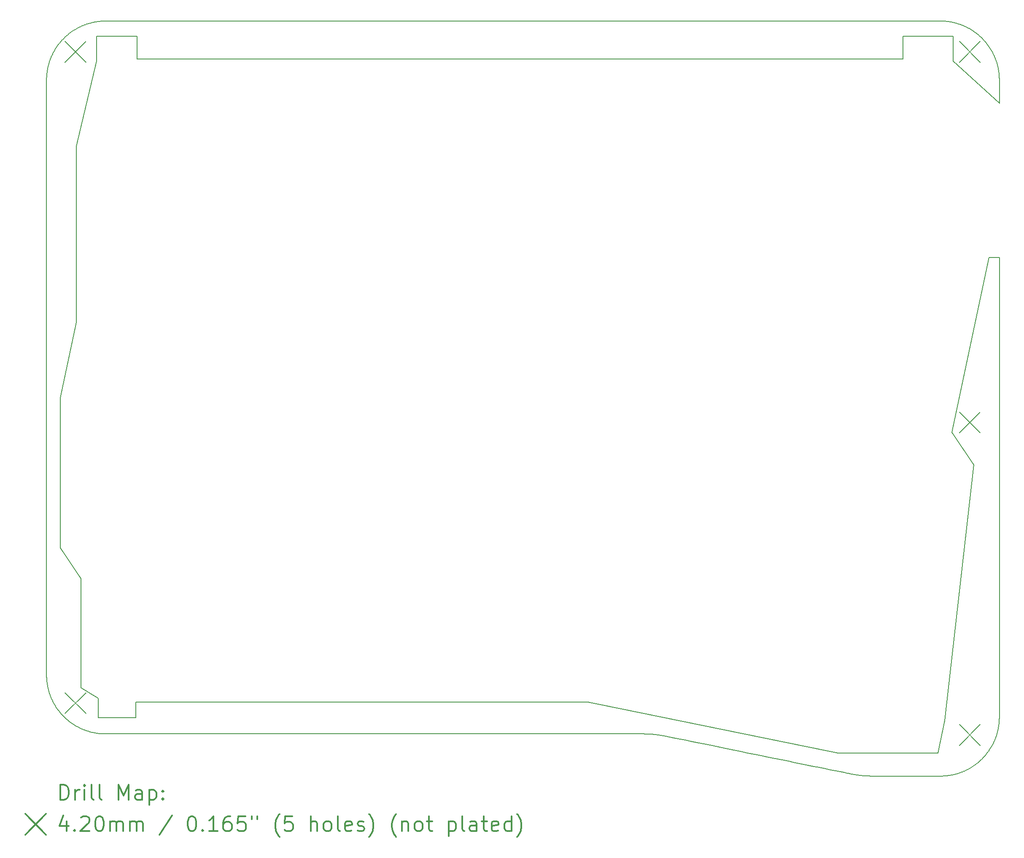
<source format=gbr>
%FSLAX45Y45*%
G04 Gerber Fmt 4.5, Leading zero omitted, Abs format (unit mm)*
G04 Created by KiCad (PCBNEW (5.1.5-0-10_14)) date 2020-04-18 19:51:37*
%MOMM*%
%LPD*%
G04 APERTURE LIST*
%TA.AperFunction,Profile*%
%ADD10C,0.200000*%
%TD*%
%ADD11C,0.200000*%
%ADD12C,0.300000*%
G04 APERTURE END LIST*
D10*
X2258319Y-12569156D02*
X2258319Y-14760216D01*
X1842302Y-11945587D02*
X2258319Y-12569156D01*
X1840109Y-8931771D02*
X1842302Y-11945587D01*
X2161686Y-7418800D02*
X1840109Y-8931771D01*
X2161686Y-3877390D02*
X2161686Y-7418800D01*
X2569055Y-2167989D02*
X2161686Y-3877390D01*
X20691108Y-3013994D02*
X20691108Y-3013994D01*
X20691108Y-6116014D02*
X20691108Y-15349788D01*
X20484713Y-6116014D02*
X20691108Y-6116014D01*
X19738785Y-9625370D02*
X20484713Y-6116014D01*
X20181686Y-10283375D02*
X19738785Y-9625370D01*
X19595277Y-15422670D02*
X20181686Y-10283375D01*
X19457848Y-16069206D02*
X19595277Y-15422670D01*
X18755630Y-1666652D02*
X18755630Y-2122618D01*
X19766672Y-1666652D02*
X18755630Y-1666652D01*
X17452496Y-16069206D02*
X19457848Y-16069206D01*
X12433851Y-15046949D02*
X17452496Y-16069206D01*
X3352364Y-15046072D02*
X12433851Y-15046949D01*
X3352364Y-15359407D02*
X3352364Y-15046072D01*
X2600858Y-15359407D02*
X3352364Y-15359407D01*
X2600357Y-14974005D02*
X2600858Y-15359407D01*
X2258319Y-14760216D02*
X2600357Y-14974005D01*
X20344245Y-1711114D02*
X20356346Y-1723393D01*
X20356346Y-1723393D02*
X20366202Y-1733662D01*
X20366202Y-1733662D02*
X20375922Y-1744037D01*
X20375922Y-1744037D02*
X20386428Y-1755536D01*
X20386428Y-1755536D02*
X20397071Y-1767502D01*
X20397071Y-1767502D02*
X20406575Y-1778469D01*
X20406575Y-1778469D02*
X20415788Y-1789365D01*
X20415788Y-1789365D02*
X20425077Y-1800627D01*
X20425077Y-1800627D02*
X20434219Y-1811991D01*
X20434219Y-1811991D02*
X20443212Y-1823458D01*
X20443212Y-1823458D02*
X20452056Y-1835026D01*
X20452056Y-1835026D02*
X20460750Y-1846691D01*
X20460750Y-1846691D02*
X20469493Y-1858732D01*
X20469493Y-1858732D02*
X20477883Y-1870593D01*
X20477883Y-1870593D02*
X20486185Y-1882643D01*
X20486185Y-1882643D02*
X20494270Y-1894692D01*
X20494270Y-1894692D02*
X20502447Y-1907213D01*
X20502447Y-1907213D02*
X20510702Y-1920214D01*
X20510702Y-1920214D02*
X20518548Y-1932927D01*
X20518548Y-1932927D02*
X20526229Y-1945732D01*
X20526229Y-1945732D02*
X20533913Y-1958922D01*
X20533913Y-1958922D02*
X20541534Y-1972402D01*
X20541534Y-1972402D02*
X20548922Y-1985876D01*
X20548922Y-1985876D02*
X20555870Y-1998940D01*
X20555870Y-1998940D02*
X20562755Y-2012287D01*
X20562755Y-2012287D02*
X20569618Y-2026022D01*
X20569618Y-2026022D02*
X20576301Y-2039842D01*
X20576301Y-2039842D02*
X20583557Y-2055386D01*
X20583557Y-2055386D02*
X20589856Y-2069380D01*
X20589856Y-2069380D02*
X20595974Y-2083453D01*
X20595974Y-2083453D02*
X20602080Y-2098022D01*
X20602080Y-2098022D02*
X20607867Y-2112356D01*
X20607867Y-2112356D02*
X20613707Y-2127397D01*
X20613707Y-2127397D02*
X20619227Y-2142200D01*
X20619227Y-2142200D02*
X20624549Y-2157078D01*
X20624549Y-2157078D02*
X20629673Y-2172027D01*
X20629673Y-2172027D02*
X20634874Y-2187908D01*
X20634874Y-2187908D02*
X20639950Y-2204189D01*
X20639950Y-2204189D02*
X20644605Y-2219895D01*
X20644605Y-2219895D02*
X20649133Y-2235997D01*
X20649133Y-2235997D02*
X20653435Y-2252168D01*
X20653435Y-2252168D02*
X20657831Y-2269726D01*
X20657831Y-2269726D02*
X20661760Y-2286475D01*
X20661760Y-2286475D02*
X20665423Y-2303179D01*
X20665423Y-2303179D02*
X20669044Y-2320946D01*
X20669044Y-2320946D02*
X20672254Y-2337998D01*
X20672254Y-2337998D02*
X20675270Y-2355445D01*
X20675270Y-2355445D02*
X20678096Y-2373399D01*
X20678096Y-2373399D02*
X20680586Y-2390959D01*
X20680586Y-2390959D02*
X20682870Y-2409025D01*
X20682870Y-2409025D02*
X20684877Y-2427143D01*
X20684877Y-2427143D02*
X20686646Y-2445765D01*
X20686646Y-2445765D02*
X20688155Y-2464890D01*
X20688155Y-2464890D02*
X20689355Y-2484064D01*
X20689355Y-2484064D02*
X20690245Y-2503281D01*
X20690245Y-2503281D02*
X20690833Y-2522998D01*
X20690833Y-2522998D02*
X20691094Y-2542753D01*
X20691094Y-2542753D02*
X20691108Y-2548503D01*
X2569023Y-1666652D02*
X2569055Y-2167989D01*
X3384356Y-1666652D02*
X2569023Y-1666652D01*
X19506854Y-1364252D02*
X19527767Y-1364436D01*
X19527767Y-1364436D02*
X19547952Y-1364964D01*
X19547952Y-1364964D02*
X19567178Y-1365788D01*
X19567178Y-1365788D02*
X19586361Y-1366921D01*
X19586361Y-1366921D02*
X19606863Y-1368479D01*
X19606863Y-1368479D02*
X19625492Y-1370206D01*
X19625492Y-1370206D02*
X19643617Y-1372171D01*
X19643617Y-1372171D02*
X19661690Y-1374413D01*
X19661690Y-1374413D02*
X19679259Y-1376864D01*
X19679259Y-1376864D02*
X19696774Y-1379575D01*
X19696774Y-1379575D02*
X19714231Y-1382545D01*
X19714231Y-1382545D02*
X19731628Y-1385774D01*
X19731628Y-1385774D02*
X19748519Y-1389167D01*
X19748519Y-1389167D02*
X19766231Y-1393001D01*
X19766231Y-1393001D02*
X19782991Y-1396892D01*
X19782991Y-1396892D02*
X19799683Y-1401023D01*
X19799683Y-1401023D02*
X19815869Y-1405276D01*
X19815869Y-1405276D02*
X19834159Y-1410378D01*
X19834159Y-1410378D02*
X19850952Y-1415343D01*
X19850952Y-1415343D02*
X19866588Y-1420210D01*
X19866588Y-1420210D02*
X19882045Y-1425256D01*
X19882045Y-1425256D02*
X19897001Y-1430363D01*
X19897001Y-1430363D02*
X19912309Y-1435823D01*
X19912309Y-1435823D02*
X19927538Y-1441491D01*
X19927538Y-1441491D02*
X19942582Y-1447326D01*
X19942582Y-1447326D02*
X19956918Y-1453108D01*
X19956918Y-1453108D02*
X19971073Y-1459031D01*
X19971073Y-1459031D02*
X19985151Y-1465138D01*
X19985151Y-1465138D02*
X19999047Y-1471380D01*
X19999047Y-1471380D02*
X20013068Y-1477897D01*
X20013068Y-1477897D02*
X20026902Y-1484548D01*
X20026902Y-1484548D02*
X20040652Y-1491380D01*
X20040652Y-1491380D02*
X20053915Y-1498182D01*
X20053915Y-1498182D02*
X20067095Y-1505152D01*
X20067095Y-1505152D02*
X20080980Y-1512727D01*
X20080980Y-1512727D02*
X20093983Y-1520042D01*
X20093983Y-1520042D02*
X20107287Y-1527751D01*
X20107287Y-1527751D02*
X20120109Y-1535402D01*
X20120109Y-1535402D02*
X20132839Y-1543218D01*
X20132839Y-1543218D02*
X20145476Y-1551198D01*
X20145476Y-1551198D02*
X20157639Y-1559092D01*
X20157639Y-1559092D02*
X20169805Y-1567202D01*
X20169805Y-1567202D02*
X20181784Y-1575402D01*
X20181784Y-1575402D02*
X20193577Y-1583688D01*
X20193577Y-1583688D02*
X20205368Y-1592190D01*
X20205368Y-1592190D02*
X20217789Y-1601388D01*
X20217789Y-1601388D02*
X20229378Y-1610199D01*
X20229378Y-1610199D02*
X20240867Y-1619159D01*
X20240867Y-1619159D02*
X20251988Y-1628054D01*
X20251988Y-1628054D02*
X20263802Y-1637744D01*
X20263802Y-1637744D02*
X20274979Y-1647152D01*
X20274979Y-1647152D02*
X20285792Y-1656480D01*
X20285792Y-1656480D02*
X20296417Y-1665872D01*
X20296417Y-1665872D02*
X20307530Y-1675942D01*
X20307530Y-1675942D02*
X20318027Y-1685692D01*
X20318027Y-1685692D02*
X20328334Y-1695500D01*
X20328334Y-1695500D02*
X20338534Y-1705442D01*
X20338534Y-1705442D02*
X20344245Y-1711114D01*
X3384199Y-2122618D02*
X3384356Y-1666652D01*
X18755630Y-2122618D02*
X3384199Y-2122618D01*
X19766672Y-2167989D02*
X19766672Y-1666652D01*
X20691108Y-3013994D02*
X19766672Y-2167989D01*
X20691108Y-2548503D02*
X20691108Y-3013994D01*
X20691108Y-3013994D02*
X20691108Y-3013994D01*
X2747656Y-1364252D02*
X19506854Y-1364252D01*
X1910265Y-1711114D02*
X1921554Y-1699973D01*
X1921554Y-1699973D02*
X1931812Y-1690104D01*
X1931812Y-1690104D02*
X1942175Y-1680371D01*
X1942175Y-1680371D02*
X1953662Y-1669851D01*
X1953662Y-1669851D02*
X1964243Y-1660402D01*
X1964243Y-1660402D02*
X1975618Y-1650494D01*
X1975618Y-1650494D02*
X1986757Y-1641035D01*
X1986757Y-1641035D02*
X1997914Y-1631795D01*
X1997914Y-1631795D02*
X2008994Y-1622842D01*
X2008994Y-1622842D02*
X2020441Y-1613821D01*
X2020441Y-1613821D02*
X2031989Y-1604949D01*
X2031989Y-1604949D02*
X2043636Y-1596227D01*
X2043636Y-1596227D02*
X2055381Y-1587655D01*
X2055381Y-1587655D02*
X2067594Y-1578972D01*
X2067594Y-1578972D02*
X2079907Y-1570451D01*
X2079907Y-1570451D02*
X2092036Y-1562280D01*
X2092036Y-1562280D02*
X2104448Y-1554140D01*
X2104448Y-1554140D02*
X2116667Y-1546342D01*
X2116667Y-1546342D02*
X2129070Y-1538639D01*
X2129070Y-1538639D02*
X2141757Y-1530977D01*
X2141757Y-1530977D02*
X2155022Y-1523195D01*
X2155022Y-1523195D02*
X2168382Y-1515589D01*
X2168382Y-1515589D02*
X2181438Y-1508375D01*
X2181438Y-1508375D02*
X2194979Y-1501118D01*
X2194979Y-1501118D02*
X2209011Y-1493834D01*
X2209011Y-1493834D02*
X2222326Y-1487139D01*
X2222326Y-1487139D02*
X2236128Y-1480419D01*
X2236128Y-1480419D02*
X2250015Y-1473879D01*
X2250015Y-1473879D02*
X2264395Y-1467336D01*
X2264395Y-1467336D02*
X2278446Y-1461165D01*
X2278446Y-1461165D02*
X2292575Y-1455177D01*
X2292575Y-1455177D02*
X2306780Y-1449372D01*
X2306780Y-1449372D02*
X2321480Y-1443589D01*
X2321480Y-1443589D02*
X2336258Y-1438002D01*
X2336258Y-1438002D02*
X2351536Y-1432461D01*
X2351536Y-1432461D02*
X2366464Y-1427275D01*
X2366464Y-1427275D02*
X2382322Y-1422008D01*
X2382322Y-1422008D02*
X2397825Y-1417097D01*
X2397825Y-1417097D02*
X2413398Y-1412398D01*
X2413398Y-1412398D02*
X2429476Y-1407791D01*
X2429476Y-1407791D02*
X2445624Y-1403409D01*
X2445624Y-1403409D02*
X2461840Y-1399254D01*
X2461840Y-1399254D02*
X2478561Y-1395224D01*
X2478561Y-1395224D02*
X2495349Y-1391435D01*
X2495349Y-1391435D02*
X2512202Y-1387889D01*
X2512202Y-1387889D02*
X2530007Y-1384418D01*
X2530007Y-1384418D02*
X2547429Y-1381295D01*
X2547429Y-1381295D02*
X2564911Y-1378431D01*
X2564911Y-1378431D02*
X2582336Y-1375842D01*
X2582336Y-1375842D02*
X2600153Y-1373469D01*
X2600153Y-1373469D02*
X2618135Y-1371352D01*
X2618135Y-1371352D02*
X2636280Y-1369497D01*
X2636280Y-1369497D02*
X2655384Y-1367849D01*
X2655384Y-1367849D02*
X2674080Y-1366538D01*
X2674080Y-1366538D02*
X2693277Y-1365500D01*
X2693277Y-1365500D02*
X2714351Y-1364720D01*
X2714351Y-1364720D02*
X2734092Y-1364330D01*
X2734092Y-1364330D02*
X2747656Y-1364252D01*
X1563402Y-2548503D02*
X1563570Y-2528507D01*
X1563570Y-2528507D02*
X1564114Y-2507404D01*
X1564114Y-2507404D02*
X1564961Y-2487721D01*
X1564961Y-2487721D02*
X1566094Y-2468653D01*
X1566094Y-2468653D02*
X1567514Y-2449859D01*
X1567514Y-2449859D02*
X1569310Y-2430319D01*
X1569310Y-2430319D02*
X1571268Y-2412192D01*
X1571268Y-2412192D02*
X1573503Y-2394117D01*
X1573503Y-2394117D02*
X1575947Y-2376547D01*
X1575947Y-2376547D02*
X1578652Y-2359031D01*
X1578652Y-2359031D02*
X1581616Y-2341572D01*
X1581616Y-2341572D02*
X1584752Y-2324619D01*
X1584752Y-2324619D02*
X1588132Y-2307725D01*
X1588132Y-2307725D02*
X1591854Y-2290452D01*
X1591854Y-2290452D02*
X1595621Y-2274127D01*
X1595621Y-2274127D02*
X1599616Y-2257866D01*
X1599616Y-2257866D02*
X1603838Y-2241671D01*
X1603838Y-2241671D02*
X1608164Y-2225979D01*
X1608164Y-2225979D02*
X1612961Y-2209488D01*
X1612961Y-2209488D02*
X1617996Y-2193075D01*
X1617996Y-2193075D02*
X1622948Y-2177705D01*
X1622948Y-2177705D02*
X1628476Y-2161342D01*
X1628476Y-2161342D02*
X1633895Y-2146019D01*
X1633895Y-2146019D02*
X1639523Y-2130774D01*
X1639523Y-2130774D02*
X1645359Y-2115610D01*
X1645359Y-2115610D02*
X1651231Y-2100945D01*
X1651231Y-2100945D02*
X1657122Y-2086776D01*
X1657122Y-2086776D02*
X1663378Y-2072271D01*
X1663378Y-2072271D02*
X1669640Y-2058261D01*
X1669640Y-2058261D02*
X1676084Y-2044331D01*
X1676084Y-2044331D02*
X1682907Y-2030078D01*
X1682907Y-2030078D02*
X1689565Y-2016621D01*
X1689565Y-2016621D02*
X1696706Y-2002644D01*
X1696706Y-2002644D02*
X1703715Y-1989358D01*
X1703715Y-1989358D02*
X1710838Y-1976256D01*
X1710838Y-1976256D02*
X1718073Y-1963339D01*
X1718073Y-1963339D02*
X1725471Y-1950509D01*
X1725471Y-1950509D02*
X1733149Y-1937573D01*
X1733149Y-1937573D02*
X1740935Y-1924826D01*
X1740935Y-1924826D02*
X1748824Y-1912268D01*
X1748824Y-1912268D02*
X1756750Y-1899992D01*
X1756750Y-1899992D02*
X1764768Y-1887903D01*
X1764768Y-1887903D02*
X1773455Y-1875159D01*
X1773455Y-1875159D02*
X1782049Y-1862891D01*
X1782049Y-1862891D02*
X1791072Y-1850357D01*
X1791072Y-1850357D02*
X1799720Y-1838661D01*
X1799720Y-1838661D02*
X1808795Y-1826701D01*
X1808795Y-1826701D02*
X1817746Y-1815206D01*
X1817746Y-1815206D02*
X1827061Y-1803547D01*
X1827061Y-1803547D02*
X1836968Y-1791469D01*
X1836968Y-1791469D02*
X1846376Y-1780292D01*
X1846376Y-1780292D02*
X1855932Y-1769222D01*
X1855932Y-1769222D02*
X1865633Y-1758259D01*
X1865633Y-1758259D02*
X1875170Y-1747743D01*
X1875170Y-1747743D02*
X1884843Y-1737332D01*
X1884843Y-1737332D02*
X1894650Y-1727025D01*
X1894650Y-1727025D02*
X1904593Y-1716825D01*
X1904593Y-1716825D02*
X1910265Y-1711114D01*
X1563402Y-14501433D02*
X1563402Y-2548503D01*
X2747656Y-15685684D02*
X2727814Y-15685520D01*
X2727814Y-15685520D02*
X2707338Y-15685010D01*
X2707338Y-15685010D02*
X2687896Y-15684202D01*
X2687896Y-15684202D02*
X2668065Y-15683051D01*
X2668065Y-15683051D02*
X2648791Y-15681615D01*
X2648791Y-15681615D02*
X2630071Y-15679919D01*
X2630071Y-15679919D02*
X2611901Y-15677987D01*
X2611901Y-15677987D02*
X2593814Y-15675782D01*
X2593814Y-15675782D02*
X2575351Y-15673240D01*
X2575351Y-15673240D02*
X2557439Y-15670488D01*
X2557439Y-15670488D02*
X2539159Y-15667390D01*
X2539159Y-15667390D02*
X2520523Y-15663925D01*
X2520523Y-15663925D02*
X2503793Y-15660550D01*
X2503793Y-15660550D02*
X2485804Y-15656637D01*
X2485804Y-15656637D02*
X2469255Y-15652776D01*
X2469255Y-15652776D02*
X2451910Y-15648458D01*
X2451910Y-15648458D02*
X2435989Y-15644246D01*
X2435989Y-15644246D02*
X2419718Y-15639693D01*
X2419718Y-15639693D02*
X2403542Y-15634915D01*
X2403542Y-15634915D02*
X2387896Y-15630053D01*
X2387896Y-15630053D02*
X2371914Y-15624836D01*
X2371914Y-15624836D02*
X2356887Y-15619700D01*
X2356887Y-15619700D02*
X2341953Y-15614368D01*
X2341953Y-15614368D02*
X2327111Y-15608843D01*
X2327111Y-15608843D02*
X2311944Y-15602960D01*
X2311944Y-15602960D02*
X2297296Y-15597047D01*
X2297296Y-15597047D02*
X2283160Y-15591123D01*
X2283160Y-15591123D02*
X2268706Y-15584839D01*
X2268706Y-15584839D02*
X2253944Y-15578182D01*
X2253944Y-15578182D02*
X2239290Y-15571330D01*
X2239290Y-15571330D02*
X2224343Y-15564086D01*
X2224343Y-15564086D02*
X2210313Y-15557047D01*
X2210313Y-15557047D02*
X2195201Y-15549202D01*
X2195201Y-15549202D02*
X2181789Y-15542004D01*
X2181789Y-15542004D02*
X2168480Y-15534640D01*
X2168480Y-15534640D02*
X2155663Y-15527335D01*
X2155663Y-15527335D02*
X2142563Y-15519647D01*
X2142563Y-15519647D02*
X2129571Y-15511796D01*
X2129571Y-15511796D02*
X2116688Y-15503785D01*
X2116688Y-15503785D02*
X2103916Y-15495614D01*
X2103916Y-15495614D02*
X2090515Y-15486790D01*
X2090515Y-15486790D02*
X2077241Y-15477789D01*
X2077241Y-15477789D02*
X2064460Y-15468872D01*
X2064460Y-15468872D02*
X2052523Y-15460316D01*
X2052523Y-15460316D02*
X2039983Y-15451084D01*
X2039983Y-15451084D02*
X2027217Y-15441421D01*
X2027217Y-15441421D02*
X2015634Y-15432416D01*
X2015634Y-15432416D02*
X2003129Y-15422433D01*
X2003129Y-15422433D02*
X1992130Y-15413421D01*
X1992130Y-15413421D02*
X1981241Y-15404280D01*
X1981241Y-15404280D02*
X1970464Y-15395012D01*
X1970464Y-15395012D02*
X1959801Y-15385617D01*
X1959801Y-15385617D02*
X1949251Y-15376097D01*
X1949251Y-15376097D02*
X1937845Y-15365542D01*
X1937845Y-15365542D02*
X1927538Y-15355763D01*
X1927538Y-15355763D02*
X1917350Y-15345862D01*
X1917350Y-15345862D02*
X1907280Y-15335841D01*
X1907280Y-15335841D02*
X1897330Y-15325700D01*
X1897330Y-15325700D02*
X1887196Y-15315119D01*
X1887196Y-15315119D02*
X1876290Y-15303434D01*
X1876290Y-15303434D02*
X1866727Y-15292924D01*
X1866727Y-15292924D02*
X1857289Y-15282300D01*
X1857289Y-15282300D02*
X1847688Y-15271224D01*
X1847688Y-15271224D02*
X1838507Y-15260371D01*
X1838507Y-15260371D02*
X1829455Y-15249406D01*
X1829455Y-15249406D02*
X1820255Y-15237983D01*
X1820255Y-15237983D02*
X1810650Y-15225743D01*
X1810650Y-15225743D02*
X1801739Y-15214083D01*
X1801739Y-15214083D02*
X1792706Y-15201953D01*
X1792706Y-15201953D02*
X1783825Y-15189703D01*
X1783825Y-15189703D02*
X1775097Y-15177337D01*
X1775097Y-15177337D02*
X1766774Y-15165224D01*
X1766774Y-15165224D02*
X1758597Y-15153003D01*
X1758597Y-15153003D02*
X1750569Y-15140675D01*
X1750569Y-15140675D02*
X1742454Y-15127864D01*
X1742454Y-15127864D02*
X1734731Y-15115324D01*
X1734731Y-15115324D02*
X1726933Y-15102297D01*
X1726933Y-15102297D02*
X1719520Y-15089550D01*
X1719520Y-15089550D02*
X1712261Y-15076703D01*
X1712261Y-15076703D02*
X1704734Y-15062970D01*
X1704734Y-15062970D02*
X1697383Y-15049127D01*
X1697383Y-15049127D02*
X1690413Y-15035576D01*
X1690413Y-15035576D02*
X1683416Y-15021522D01*
X1683416Y-15021522D02*
X1676599Y-15007362D01*
X1676599Y-15007362D02*
X1670154Y-14993508D01*
X1670154Y-14993508D02*
X1663700Y-14979146D01*
X1663700Y-14979146D02*
X1657432Y-14964683D01*
X1657432Y-14964683D02*
X1651523Y-14950539D01*
X1651523Y-14950539D02*
X1645295Y-14935042D01*
X1645295Y-14935042D02*
X1639440Y-14919861D01*
X1639440Y-14919861D02*
X1633635Y-14904154D01*
X1633635Y-14904154D02*
X1628342Y-14889201D01*
X1628342Y-14889201D02*
X1623102Y-14873726D01*
X1623102Y-14873726D02*
X1617933Y-14857722D01*
X1617933Y-14857722D02*
X1613117Y-14842056D01*
X1613117Y-14842056D02*
X1608388Y-14825859D01*
X1608388Y-14825859D02*
X1603884Y-14809568D01*
X1603884Y-14809568D02*
X1599720Y-14793627D01*
X1599720Y-14793627D02*
X1595666Y-14777154D01*
X1595666Y-14777154D02*
X1591743Y-14760142D01*
X1591743Y-14760142D02*
X1588065Y-14743038D01*
X1588065Y-14743038D02*
X1584721Y-14726297D01*
X1584721Y-14726297D02*
X1581453Y-14708560D01*
X1581453Y-14708560D02*
X1578522Y-14691190D01*
X1578522Y-14691190D02*
X1575778Y-14673276D01*
X1575778Y-14673276D02*
X1573242Y-14654811D01*
X1573242Y-14654811D02*
X1571044Y-14636722D01*
X1571044Y-14636722D02*
X1569119Y-14618549D01*
X1569119Y-14618549D02*
X1567392Y-14599358D01*
X1567392Y-14599358D02*
X1565971Y-14580080D01*
X1565971Y-14580080D02*
X1564860Y-14560719D01*
X1564860Y-14560719D02*
X1564043Y-14540799D01*
X1564043Y-14540799D02*
X1563564Y-14521274D01*
X1563564Y-14521274D02*
X1563402Y-14501433D01*
X13525233Y-15685684D02*
X2747656Y-15685684D01*
X13998715Y-15733499D02*
X13980899Y-15729933D01*
X13980899Y-15729933D02*
X13963746Y-15726635D01*
X13963746Y-15726635D02*
X13946686Y-15723484D01*
X13946686Y-15723484D02*
X13929606Y-15720460D01*
X13929606Y-15720460D02*
X13912162Y-15717503D01*
X13912162Y-15717503D02*
X13894928Y-15714714D01*
X13894928Y-15714714D02*
X13877216Y-15711984D01*
X13877216Y-15711984D02*
X13859600Y-15709404D01*
X13859600Y-15709404D02*
X13841505Y-15706894D01*
X13841505Y-15706894D02*
X13822124Y-15704364D01*
X13822124Y-15704364D02*
X13804109Y-15702158D01*
X13804109Y-15702158D02*
X13784922Y-15699962D01*
X13784922Y-15699962D02*
X13766760Y-15698029D01*
X13766760Y-15698029D02*
X13748121Y-15696193D01*
X13748121Y-15696193D02*
X13729351Y-15694494D01*
X13729351Y-15694494D02*
X13710800Y-15692963D01*
X13710800Y-15692963D02*
X13691309Y-15691512D01*
X13691309Y-15691512D02*
X13671805Y-15690222D01*
X13671805Y-15690222D02*
X13652522Y-15689105D01*
X13652522Y-15689105D02*
X13633345Y-15688152D01*
X13633345Y-15688152D02*
X13613112Y-15687314D01*
X13613112Y-15687314D02*
X13593685Y-15686672D01*
X13593685Y-15686672D02*
X13573204Y-15686169D01*
X13573204Y-15686169D02*
X13552715Y-15685843D01*
X13552715Y-15685843D02*
X13532221Y-15685694D01*
X13532221Y-15685694D02*
X13525233Y-15685684D01*
X17688156Y-16486224D02*
X17661894Y-16480867D01*
X17661894Y-16480867D02*
X17634469Y-16475272D01*
X17634469Y-16475272D02*
X17576232Y-16463391D01*
X17576232Y-16463391D02*
X17491309Y-16446066D01*
X17491309Y-16446066D02*
X17398976Y-16427230D01*
X17398976Y-16427230D02*
X17299782Y-16406993D01*
X17299782Y-16406993D02*
X17194275Y-16385469D01*
X17194275Y-16385469D02*
X17083005Y-16362768D01*
X17083005Y-16362768D02*
X16966521Y-16339004D01*
X16966521Y-16339004D02*
X16845371Y-16314287D01*
X16845371Y-16314287D02*
X16720105Y-16288731D01*
X16720105Y-16288731D02*
X16591270Y-16262446D01*
X16591270Y-16262446D02*
X16459417Y-16235546D01*
X16459417Y-16235546D02*
X16325094Y-16208141D01*
X16325094Y-16208141D02*
X16188849Y-16180345D01*
X16188849Y-16180345D02*
X16051233Y-16152268D01*
X16051233Y-16152268D02*
X15912793Y-16124023D01*
X15912793Y-16124023D02*
X15774078Y-16095722D01*
X15774078Y-16095722D02*
X15635638Y-16067477D01*
X15635638Y-16067477D02*
X15498022Y-16039400D01*
X15498022Y-16039400D02*
X15361777Y-16011603D01*
X15361777Y-16011603D02*
X15160841Y-15970607D01*
X15160841Y-15970607D02*
X14966766Y-15931011D01*
X14966766Y-15931011D02*
X14841500Y-15905454D01*
X14841500Y-15905454D02*
X14660873Y-15868601D01*
X14660873Y-15868601D02*
X14492596Y-15834267D01*
X14492596Y-15834267D02*
X14387089Y-15812740D01*
X14387089Y-15812740D02*
X14287895Y-15792502D01*
X14287895Y-15792502D02*
X14195562Y-15773663D01*
X14195562Y-15773663D02*
X14110639Y-15756335D01*
X14110639Y-15756335D02*
X14033675Y-15740632D01*
X14033675Y-15740632D02*
X13998715Y-15733499D01*
X18161670Y-16534039D02*
X18141402Y-16533952D01*
X18141402Y-16533952D02*
X18121549Y-16533699D01*
X18121549Y-16533699D02*
X18101585Y-16533277D01*
X18101585Y-16533277D02*
X18082037Y-16532700D01*
X18082037Y-16532700D02*
X18061915Y-16531938D01*
X18061915Y-16531938D02*
X18042733Y-16531052D01*
X18042733Y-16531052D02*
X18023445Y-16530003D01*
X18023445Y-16530003D02*
X18003935Y-16528782D01*
X18003935Y-16528782D02*
X17984438Y-16527400D01*
X17984438Y-16527400D02*
X17965881Y-16525935D01*
X17965881Y-16525935D02*
X17947106Y-16524302D01*
X17947106Y-16524302D02*
X17928576Y-16522543D01*
X17928576Y-16522543D02*
X17910291Y-16520664D01*
X17910291Y-16520664D02*
X17891791Y-16518615D01*
X17891791Y-16518615D02*
X17873190Y-16516407D01*
X17873190Y-16516407D02*
X17855069Y-16514113D01*
X17855069Y-16514113D02*
X17837080Y-16511694D01*
X17837080Y-16511694D02*
X17819108Y-16509137D01*
X17819108Y-16509137D02*
X17801385Y-16506478D01*
X17801385Y-16506478D02*
X17783910Y-16503722D01*
X17783910Y-16503722D02*
X17766454Y-16500834D01*
X17766454Y-16500834D02*
X17749018Y-16497816D01*
X17749018Y-16497816D02*
X17731602Y-16494667D01*
X17731602Y-16494667D02*
X17714436Y-16491432D01*
X17714436Y-16491432D02*
X17696834Y-16487978D01*
X17696834Y-16487978D02*
X17688156Y-16486224D01*
X19506854Y-16534039D02*
X18161670Y-16534039D01*
X20691108Y-15349788D02*
X20690920Y-15371061D01*
X20690920Y-15371061D02*
X20690418Y-15390580D01*
X20690418Y-15390580D02*
X20689579Y-15410494D01*
X20689579Y-15410494D02*
X20688444Y-15429850D01*
X20688444Y-15429850D02*
X20687040Y-15448652D01*
X20687040Y-15448652D02*
X20685344Y-15467372D01*
X20685344Y-15467372D02*
X20683412Y-15485542D01*
X20683412Y-15485542D02*
X20680965Y-15505479D01*
X20680965Y-15505479D02*
X20678394Y-15523933D01*
X20678394Y-15523933D02*
X20675690Y-15541378D01*
X20675690Y-15541378D02*
X20672733Y-15558739D01*
X20672733Y-15558739D02*
X20669525Y-15576013D01*
X20669525Y-15576013D02*
X20666162Y-15592748D01*
X20666162Y-15592748D02*
X20662565Y-15609396D01*
X20662565Y-15609396D02*
X20658736Y-15625956D01*
X20658736Y-15625956D02*
X20654563Y-15642871D01*
X20654563Y-15642871D02*
X20650387Y-15658806D01*
X20650387Y-15658806D02*
X20645746Y-15675532D01*
X20645746Y-15675532D02*
X20641129Y-15691284D01*
X20641129Y-15691284D02*
X20636302Y-15706945D01*
X20636302Y-15706945D02*
X20631407Y-15722081D01*
X20631407Y-15722081D02*
X20626315Y-15737128D01*
X20626315Y-15737128D02*
X20621028Y-15752084D01*
X20621028Y-15752084D02*
X20615388Y-15767370D01*
X20615388Y-15767370D02*
X20609709Y-15782136D01*
X20609709Y-15782136D02*
X20603840Y-15796807D01*
X20603840Y-15796807D02*
X20597781Y-15811380D01*
X20597781Y-15811380D02*
X20591716Y-15825441D01*
X20591716Y-15825441D02*
X20585475Y-15839408D01*
X20585475Y-15839408D02*
X20579059Y-15853280D01*
X20579059Y-15853280D02*
X20572078Y-15867861D01*
X20572078Y-15867861D02*
X20565308Y-15881530D01*
X20565308Y-15881530D02*
X20557955Y-15895893D01*
X20557955Y-15895893D02*
X20550412Y-15910143D01*
X20550412Y-15910143D02*
X20543116Y-15923495D01*
X20543116Y-15923495D02*
X20535211Y-15937518D01*
X20535211Y-15937518D02*
X20527576Y-15950652D01*
X20527576Y-15950652D02*
X20519778Y-15963680D01*
X20519778Y-15963680D02*
X20512055Y-15976219D01*
X20512055Y-15976219D02*
X20503940Y-15989031D01*
X20503940Y-15989031D02*
X20495420Y-16002102D01*
X20495420Y-16002102D02*
X20487235Y-16014317D01*
X20487235Y-16014317D02*
X20478903Y-16026423D01*
X20478903Y-16026423D02*
X20469906Y-16039144D01*
X20469906Y-16039144D02*
X20461275Y-16051025D01*
X20461275Y-16051025D02*
X20452502Y-16062794D01*
X20452502Y-16062794D02*
X20443586Y-16074450D01*
X20443586Y-16074450D02*
X20433423Y-16087382D01*
X20433423Y-16087382D02*
X20424211Y-16098794D01*
X20424211Y-16098794D02*
X20414576Y-16110429D01*
X20414576Y-16110429D02*
X20403926Y-16122948D01*
X20403926Y-16122948D02*
X20394578Y-16133655D01*
X20394578Y-16133655D02*
X20385105Y-16144247D01*
X20385105Y-16144247D02*
X20375507Y-16154724D01*
X20375507Y-16154724D02*
X20365785Y-16165086D01*
X20365785Y-16165086D02*
X20355942Y-16175330D01*
X20355942Y-16175330D02*
X20344409Y-16187027D01*
X20344409Y-16187027D02*
X20334306Y-16197015D01*
X20334306Y-16197015D02*
X20324084Y-16206881D01*
X20324084Y-16206881D02*
X20313744Y-16216626D01*
X20313744Y-16216626D02*
X20302302Y-16227142D01*
X20302302Y-16227142D02*
X20291720Y-16236627D01*
X20291720Y-16236627D02*
X20281025Y-16245987D01*
X20281025Y-16245987D02*
X20270217Y-16255219D01*
X20270217Y-16255219D02*
X20258954Y-16264606D01*
X20258954Y-16264606D02*
X20247920Y-16273578D01*
X20247920Y-16273578D02*
X20236428Y-16282693D01*
X20236428Y-16282693D02*
X20224113Y-16292208D01*
X20224113Y-16292208D02*
X20212028Y-16301299D01*
X20212028Y-16301299D02*
X20199824Y-16310238D01*
X20199824Y-16310238D02*
X20187502Y-16319024D01*
X20187502Y-16319024D02*
X20175064Y-16327657D01*
X20175064Y-16327657D02*
X20162511Y-16336134D01*
X20162511Y-16336134D02*
X20150219Y-16344212D01*
X20150219Y-16344212D02*
X20137821Y-16352140D01*
X20137821Y-16352140D02*
X20124177Y-16360618D01*
X20124177Y-16360618D02*
X20111178Y-16368459D01*
X20111178Y-16368459D02*
X20098072Y-16376138D01*
X20098072Y-16376138D02*
X20085249Y-16383434D01*
X20085249Y-16383434D02*
X20072328Y-16390574D01*
X20072328Y-16390574D02*
X20059308Y-16397557D01*
X20059308Y-16397557D02*
X20045394Y-16404791D01*
X20045394Y-16404791D02*
X20031775Y-16411646D01*
X20031775Y-16411646D02*
X20018056Y-16418330D01*
X20018056Y-16418330D02*
X20004239Y-16424842D01*
X20004239Y-16424842D02*
X19990325Y-16431181D01*
X19990325Y-16431181D02*
X19976316Y-16437345D01*
X19976316Y-16437345D02*
X19962213Y-16443332D01*
X19962213Y-16443332D02*
X19946760Y-16449646D01*
X19946760Y-16449646D02*
X19932043Y-16455423D01*
X19932043Y-16455423D02*
X19916806Y-16461165D01*
X19916806Y-16461165D02*
X19901471Y-16466703D01*
X19901471Y-16466703D02*
X19885608Y-16472180D01*
X19885608Y-16472180D02*
X19869644Y-16477438D01*
X19869644Y-16477438D02*
X19854017Y-16482342D01*
X19854017Y-16482342D02*
X19837421Y-16487289D01*
X19837421Y-16487289D02*
X19821606Y-16491757D01*
X19821606Y-16491757D02*
X19805702Y-16496011D01*
X19805702Y-16496011D02*
X19789711Y-16500049D01*
X19789711Y-16500049D02*
X19771843Y-16504280D01*
X19771843Y-16504280D02*
X19754772Y-16508049D01*
X19754772Y-16508049D02*
X19737158Y-16511660D01*
X19737158Y-16511660D02*
X19719905Y-16514927D01*
X19719905Y-16514927D02*
X19702564Y-16517944D01*
X19702564Y-16517944D02*
X19683759Y-16520915D01*
X19683759Y-16520915D02*
X19666243Y-16523405D01*
X19666243Y-16523405D02*
X19648182Y-16525693D01*
X19648182Y-16525693D02*
X19629571Y-16527758D01*
X19629571Y-16527758D02*
X19610874Y-16529533D01*
X19610874Y-16529533D02*
X19591153Y-16531085D01*
X19591153Y-16531085D02*
X19572288Y-16532262D01*
X19572288Y-16532262D02*
X19552870Y-16533161D01*
X19552870Y-16533161D02*
X19533371Y-16533748D01*
X19533371Y-16533748D02*
X19513316Y-16534022D01*
X19513316Y-16534022D02*
X19506854Y-16534039D01*
D11*
X1933760Y-1771200D02*
X2353760Y-2191200D01*
X2353760Y-1771200D02*
X1933760Y-2191200D01*
X1933760Y-14857280D02*
X2353760Y-15277280D01*
X2353760Y-14857280D02*
X1933760Y-15277280D01*
X19889020Y-1771200D02*
X20309020Y-2191200D01*
X20309020Y-1771200D02*
X19889020Y-2191200D01*
X19889020Y-15497360D02*
X20309020Y-15917360D01*
X20309020Y-15497360D02*
X19889020Y-15917360D01*
X19889020Y-9218480D02*
X20309020Y-9638480D01*
X20309020Y-9218480D02*
X19889020Y-9638480D01*
D12*
X1839830Y-17009753D02*
X1839830Y-16709753D01*
X1911259Y-16709753D01*
X1954116Y-16724039D01*
X1982687Y-16752611D01*
X1996973Y-16781182D01*
X2011259Y-16838325D01*
X2011259Y-16881182D01*
X1996973Y-16938325D01*
X1982687Y-16966896D01*
X1954116Y-16995468D01*
X1911259Y-17009753D01*
X1839830Y-17009753D01*
X2139830Y-17009753D02*
X2139830Y-16809753D01*
X2139830Y-16866896D02*
X2154116Y-16838325D01*
X2168402Y-16824039D01*
X2196973Y-16809753D01*
X2225545Y-16809753D01*
X2325545Y-17009753D02*
X2325545Y-16809753D01*
X2325545Y-16709753D02*
X2311259Y-16724039D01*
X2325545Y-16738325D01*
X2339830Y-16724039D01*
X2325545Y-16709753D01*
X2325545Y-16738325D01*
X2511259Y-17009753D02*
X2482688Y-16995468D01*
X2468402Y-16966896D01*
X2468402Y-16709753D01*
X2668402Y-17009753D02*
X2639830Y-16995468D01*
X2625545Y-16966896D01*
X2625545Y-16709753D01*
X3011259Y-17009753D02*
X3011259Y-16709753D01*
X3111259Y-16924039D01*
X3211259Y-16709753D01*
X3211259Y-17009753D01*
X3482687Y-17009753D02*
X3482687Y-16852611D01*
X3468402Y-16824039D01*
X3439830Y-16809753D01*
X3382687Y-16809753D01*
X3354116Y-16824039D01*
X3482687Y-16995468D02*
X3454116Y-17009753D01*
X3382687Y-17009753D01*
X3354116Y-16995468D01*
X3339830Y-16966896D01*
X3339830Y-16938325D01*
X3354116Y-16909753D01*
X3382687Y-16895468D01*
X3454116Y-16895468D01*
X3482687Y-16881182D01*
X3625545Y-16809753D02*
X3625545Y-17109753D01*
X3625545Y-16824039D02*
X3654116Y-16809753D01*
X3711259Y-16809753D01*
X3739830Y-16824039D01*
X3754116Y-16838325D01*
X3768402Y-16866896D01*
X3768402Y-16952611D01*
X3754116Y-16981182D01*
X3739830Y-16995468D01*
X3711259Y-17009753D01*
X3654116Y-17009753D01*
X3625545Y-16995468D01*
X3896973Y-16981182D02*
X3911259Y-16995468D01*
X3896973Y-17009753D01*
X3882687Y-16995468D01*
X3896973Y-16981182D01*
X3896973Y-17009753D01*
X3896973Y-16824039D02*
X3911259Y-16838325D01*
X3896973Y-16852611D01*
X3882687Y-16838325D01*
X3896973Y-16824039D01*
X3896973Y-16852611D01*
X1133402Y-17294039D02*
X1553402Y-17714039D01*
X1553402Y-17294039D02*
X1133402Y-17714039D01*
X1968402Y-17439753D02*
X1968402Y-17639753D01*
X1896973Y-17325468D02*
X1825545Y-17539753D01*
X2011259Y-17539753D01*
X2125545Y-17611182D02*
X2139830Y-17625468D01*
X2125545Y-17639753D01*
X2111259Y-17625468D01*
X2125545Y-17611182D01*
X2125545Y-17639753D01*
X2254116Y-17368325D02*
X2268402Y-17354039D01*
X2296973Y-17339753D01*
X2368402Y-17339753D01*
X2396973Y-17354039D01*
X2411259Y-17368325D01*
X2425545Y-17396896D01*
X2425545Y-17425468D01*
X2411259Y-17468325D01*
X2239830Y-17639753D01*
X2425545Y-17639753D01*
X2611259Y-17339753D02*
X2639830Y-17339753D01*
X2668402Y-17354039D01*
X2682688Y-17368325D01*
X2696973Y-17396896D01*
X2711259Y-17454039D01*
X2711259Y-17525468D01*
X2696973Y-17582611D01*
X2682688Y-17611182D01*
X2668402Y-17625468D01*
X2639830Y-17639753D01*
X2611259Y-17639753D01*
X2582688Y-17625468D01*
X2568402Y-17611182D01*
X2554116Y-17582611D01*
X2539830Y-17525468D01*
X2539830Y-17454039D01*
X2554116Y-17396896D01*
X2568402Y-17368325D01*
X2582688Y-17354039D01*
X2611259Y-17339753D01*
X2839830Y-17639753D02*
X2839830Y-17439753D01*
X2839830Y-17468325D02*
X2854116Y-17454039D01*
X2882687Y-17439753D01*
X2925545Y-17439753D01*
X2954116Y-17454039D01*
X2968402Y-17482611D01*
X2968402Y-17639753D01*
X2968402Y-17482611D02*
X2982687Y-17454039D01*
X3011259Y-17439753D01*
X3054116Y-17439753D01*
X3082687Y-17454039D01*
X3096973Y-17482611D01*
X3096973Y-17639753D01*
X3239830Y-17639753D02*
X3239830Y-17439753D01*
X3239830Y-17468325D02*
X3254116Y-17454039D01*
X3282687Y-17439753D01*
X3325545Y-17439753D01*
X3354116Y-17454039D01*
X3368402Y-17482611D01*
X3368402Y-17639753D01*
X3368402Y-17482611D02*
X3382687Y-17454039D01*
X3411259Y-17439753D01*
X3454116Y-17439753D01*
X3482687Y-17454039D01*
X3496973Y-17482611D01*
X3496973Y-17639753D01*
X4082687Y-17325468D02*
X3825545Y-17711182D01*
X4468402Y-17339753D02*
X4496973Y-17339753D01*
X4525545Y-17354039D01*
X4539830Y-17368325D01*
X4554116Y-17396896D01*
X4568402Y-17454039D01*
X4568402Y-17525468D01*
X4554116Y-17582611D01*
X4539830Y-17611182D01*
X4525545Y-17625468D01*
X4496973Y-17639753D01*
X4468402Y-17639753D01*
X4439830Y-17625468D01*
X4425545Y-17611182D01*
X4411259Y-17582611D01*
X4396973Y-17525468D01*
X4396973Y-17454039D01*
X4411259Y-17396896D01*
X4425545Y-17368325D01*
X4439830Y-17354039D01*
X4468402Y-17339753D01*
X4696973Y-17611182D02*
X4711259Y-17625468D01*
X4696973Y-17639753D01*
X4682688Y-17625468D01*
X4696973Y-17611182D01*
X4696973Y-17639753D01*
X4996973Y-17639753D02*
X4825545Y-17639753D01*
X4911259Y-17639753D02*
X4911259Y-17339753D01*
X4882688Y-17382611D01*
X4854116Y-17411182D01*
X4825545Y-17425468D01*
X5254116Y-17339753D02*
X5196973Y-17339753D01*
X5168402Y-17354039D01*
X5154116Y-17368325D01*
X5125545Y-17411182D01*
X5111259Y-17468325D01*
X5111259Y-17582611D01*
X5125545Y-17611182D01*
X5139830Y-17625468D01*
X5168402Y-17639753D01*
X5225545Y-17639753D01*
X5254116Y-17625468D01*
X5268402Y-17611182D01*
X5282688Y-17582611D01*
X5282688Y-17511182D01*
X5268402Y-17482611D01*
X5254116Y-17468325D01*
X5225545Y-17454039D01*
X5168402Y-17454039D01*
X5139830Y-17468325D01*
X5125545Y-17482611D01*
X5111259Y-17511182D01*
X5554116Y-17339753D02*
X5411259Y-17339753D01*
X5396973Y-17482611D01*
X5411259Y-17468325D01*
X5439830Y-17454039D01*
X5511259Y-17454039D01*
X5539830Y-17468325D01*
X5554116Y-17482611D01*
X5568402Y-17511182D01*
X5568402Y-17582611D01*
X5554116Y-17611182D01*
X5539830Y-17625468D01*
X5511259Y-17639753D01*
X5439830Y-17639753D01*
X5411259Y-17625468D01*
X5396973Y-17611182D01*
X5682687Y-17339753D02*
X5682687Y-17396896D01*
X5796973Y-17339753D02*
X5796973Y-17396896D01*
X6239830Y-17754039D02*
X6225545Y-17739753D01*
X6196973Y-17696896D01*
X6182687Y-17668325D01*
X6168402Y-17625468D01*
X6154116Y-17554039D01*
X6154116Y-17496896D01*
X6168402Y-17425468D01*
X6182687Y-17382611D01*
X6196973Y-17354039D01*
X6225545Y-17311182D01*
X6239830Y-17296896D01*
X6496973Y-17339753D02*
X6354116Y-17339753D01*
X6339830Y-17482611D01*
X6354116Y-17468325D01*
X6382687Y-17454039D01*
X6454116Y-17454039D01*
X6482687Y-17468325D01*
X6496973Y-17482611D01*
X6511259Y-17511182D01*
X6511259Y-17582611D01*
X6496973Y-17611182D01*
X6482687Y-17625468D01*
X6454116Y-17639753D01*
X6382687Y-17639753D01*
X6354116Y-17625468D01*
X6339830Y-17611182D01*
X6868402Y-17639753D02*
X6868402Y-17339753D01*
X6996973Y-17639753D02*
X6996973Y-17482611D01*
X6982687Y-17454039D01*
X6954116Y-17439753D01*
X6911259Y-17439753D01*
X6882687Y-17454039D01*
X6868402Y-17468325D01*
X7182687Y-17639753D02*
X7154116Y-17625468D01*
X7139830Y-17611182D01*
X7125545Y-17582611D01*
X7125545Y-17496896D01*
X7139830Y-17468325D01*
X7154116Y-17454039D01*
X7182687Y-17439753D01*
X7225545Y-17439753D01*
X7254116Y-17454039D01*
X7268402Y-17468325D01*
X7282687Y-17496896D01*
X7282687Y-17582611D01*
X7268402Y-17611182D01*
X7254116Y-17625468D01*
X7225545Y-17639753D01*
X7182687Y-17639753D01*
X7454116Y-17639753D02*
X7425545Y-17625468D01*
X7411259Y-17596896D01*
X7411259Y-17339753D01*
X7682687Y-17625468D02*
X7654116Y-17639753D01*
X7596973Y-17639753D01*
X7568402Y-17625468D01*
X7554116Y-17596896D01*
X7554116Y-17482611D01*
X7568402Y-17454039D01*
X7596973Y-17439753D01*
X7654116Y-17439753D01*
X7682687Y-17454039D01*
X7696973Y-17482611D01*
X7696973Y-17511182D01*
X7554116Y-17539753D01*
X7811259Y-17625468D02*
X7839830Y-17639753D01*
X7896973Y-17639753D01*
X7925545Y-17625468D01*
X7939830Y-17596896D01*
X7939830Y-17582611D01*
X7925545Y-17554039D01*
X7896973Y-17539753D01*
X7854116Y-17539753D01*
X7825545Y-17525468D01*
X7811259Y-17496896D01*
X7811259Y-17482611D01*
X7825545Y-17454039D01*
X7854116Y-17439753D01*
X7896973Y-17439753D01*
X7925545Y-17454039D01*
X8039830Y-17754039D02*
X8054116Y-17739753D01*
X8082687Y-17696896D01*
X8096973Y-17668325D01*
X8111259Y-17625468D01*
X8125545Y-17554039D01*
X8125545Y-17496896D01*
X8111259Y-17425468D01*
X8096973Y-17382611D01*
X8082687Y-17354039D01*
X8054116Y-17311182D01*
X8039830Y-17296896D01*
X8582688Y-17754039D02*
X8568402Y-17739753D01*
X8539830Y-17696896D01*
X8525545Y-17668325D01*
X8511259Y-17625468D01*
X8496973Y-17554039D01*
X8496973Y-17496896D01*
X8511259Y-17425468D01*
X8525545Y-17382611D01*
X8539830Y-17354039D01*
X8568402Y-17311182D01*
X8582688Y-17296896D01*
X8696973Y-17439753D02*
X8696973Y-17639753D01*
X8696973Y-17468325D02*
X8711259Y-17454039D01*
X8739830Y-17439753D01*
X8782688Y-17439753D01*
X8811259Y-17454039D01*
X8825545Y-17482611D01*
X8825545Y-17639753D01*
X9011259Y-17639753D02*
X8982688Y-17625468D01*
X8968402Y-17611182D01*
X8954116Y-17582611D01*
X8954116Y-17496896D01*
X8968402Y-17468325D01*
X8982688Y-17454039D01*
X9011259Y-17439753D01*
X9054116Y-17439753D01*
X9082688Y-17454039D01*
X9096973Y-17468325D01*
X9111259Y-17496896D01*
X9111259Y-17582611D01*
X9096973Y-17611182D01*
X9082688Y-17625468D01*
X9054116Y-17639753D01*
X9011259Y-17639753D01*
X9196973Y-17439753D02*
X9311259Y-17439753D01*
X9239830Y-17339753D02*
X9239830Y-17596896D01*
X9254116Y-17625468D01*
X9282688Y-17639753D01*
X9311259Y-17639753D01*
X9639830Y-17439753D02*
X9639830Y-17739753D01*
X9639830Y-17454039D02*
X9668402Y-17439753D01*
X9725545Y-17439753D01*
X9754116Y-17454039D01*
X9768402Y-17468325D01*
X9782688Y-17496896D01*
X9782688Y-17582611D01*
X9768402Y-17611182D01*
X9754116Y-17625468D01*
X9725545Y-17639753D01*
X9668402Y-17639753D01*
X9639830Y-17625468D01*
X9954116Y-17639753D02*
X9925545Y-17625468D01*
X9911259Y-17596896D01*
X9911259Y-17339753D01*
X10196973Y-17639753D02*
X10196973Y-17482611D01*
X10182688Y-17454039D01*
X10154116Y-17439753D01*
X10096973Y-17439753D01*
X10068402Y-17454039D01*
X10196973Y-17625468D02*
X10168402Y-17639753D01*
X10096973Y-17639753D01*
X10068402Y-17625468D01*
X10054116Y-17596896D01*
X10054116Y-17568325D01*
X10068402Y-17539753D01*
X10096973Y-17525468D01*
X10168402Y-17525468D01*
X10196973Y-17511182D01*
X10296973Y-17439753D02*
X10411259Y-17439753D01*
X10339830Y-17339753D02*
X10339830Y-17596896D01*
X10354116Y-17625468D01*
X10382688Y-17639753D01*
X10411259Y-17639753D01*
X10625545Y-17625468D02*
X10596973Y-17639753D01*
X10539830Y-17639753D01*
X10511259Y-17625468D01*
X10496973Y-17596896D01*
X10496973Y-17482611D01*
X10511259Y-17454039D01*
X10539830Y-17439753D01*
X10596973Y-17439753D01*
X10625545Y-17454039D01*
X10639830Y-17482611D01*
X10639830Y-17511182D01*
X10496973Y-17539753D01*
X10896973Y-17639753D02*
X10896973Y-17339753D01*
X10896973Y-17625468D02*
X10868402Y-17639753D01*
X10811259Y-17639753D01*
X10782688Y-17625468D01*
X10768402Y-17611182D01*
X10754116Y-17582611D01*
X10754116Y-17496896D01*
X10768402Y-17468325D01*
X10782688Y-17454039D01*
X10811259Y-17439753D01*
X10868402Y-17439753D01*
X10896973Y-17454039D01*
X11011259Y-17754039D02*
X11025545Y-17739753D01*
X11054116Y-17696896D01*
X11068402Y-17668325D01*
X11082688Y-17625468D01*
X11096973Y-17554039D01*
X11096973Y-17496896D01*
X11082688Y-17425468D01*
X11068402Y-17382611D01*
X11054116Y-17354039D01*
X11025545Y-17311182D01*
X11011259Y-17296896D01*
M02*

</source>
